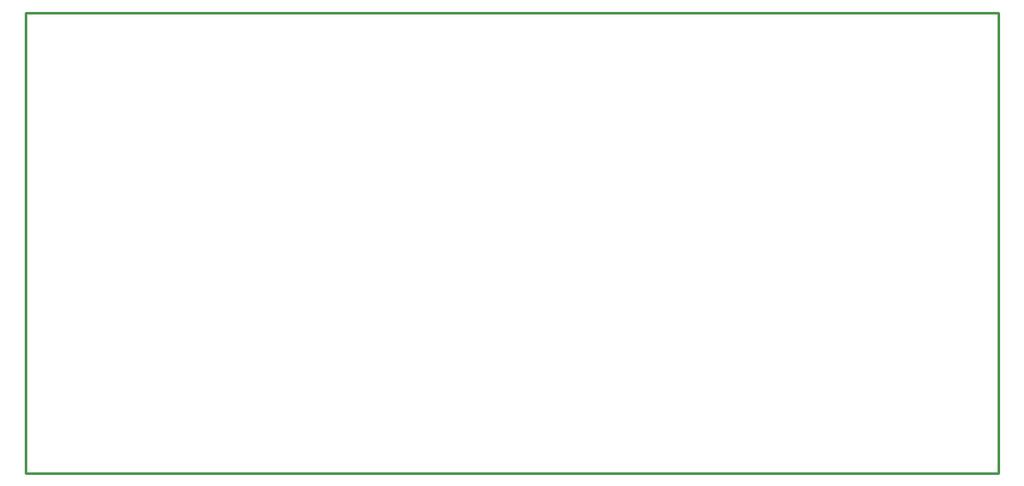
<source format=gbo>
G04 #@! TF.FileFunction,Legend,Bot*
%FSLAX46Y46*%
G04 Gerber Fmt 4.6, Leading zero omitted, Abs format (unit mm)*
G04 Created by KiCad (PCBNEW 0.201509091501+6172~30~ubuntu14.04.1-product) date Thu 10 Sep 2015 02:20:44 PM EDT*
%MOMM*%
G01*
G04 APERTURE LIST*
%ADD10C,0.100000*%
%ADD11C,0.228600*%
%ADD12R,2.533600X2.025600*%
%ADD13O,2.533600X2.025600*%
%ADD14C,4.464000*%
%ADD15C,4.337000*%
G04 APERTURE END LIST*
D10*
D11*
X185420000Y-60960000D02*
X88900000Y-60960000D01*
X185420000Y-106680000D02*
X185420000Y-60960000D01*
X88900000Y-106680000D02*
X185420000Y-106680000D01*
X88900000Y-60960000D02*
X88900000Y-106680000D01*
%LPC*%
D12*
X178816000Y-80010000D03*
D13*
X181864000Y-80010000D03*
X178816000Y-82550000D03*
X181864000Y-82550000D03*
X178816000Y-85090000D03*
X181864000Y-85090000D03*
X178816000Y-87630000D03*
X181864000Y-87630000D03*
D14*
X102870000Y-76200000D03*
X110490000Y-76200000D03*
X123190000Y-76200000D03*
X130810000Y-76200000D03*
X143510000Y-76200000D03*
X151130000Y-76200000D03*
X163830000Y-76200000D03*
X171450000Y-76200000D03*
D15*
X91440000Y-63500000D03*
X182880000Y-63500000D03*
X91440000Y-104140000D03*
X182880000Y-104140000D03*
M02*

</source>
